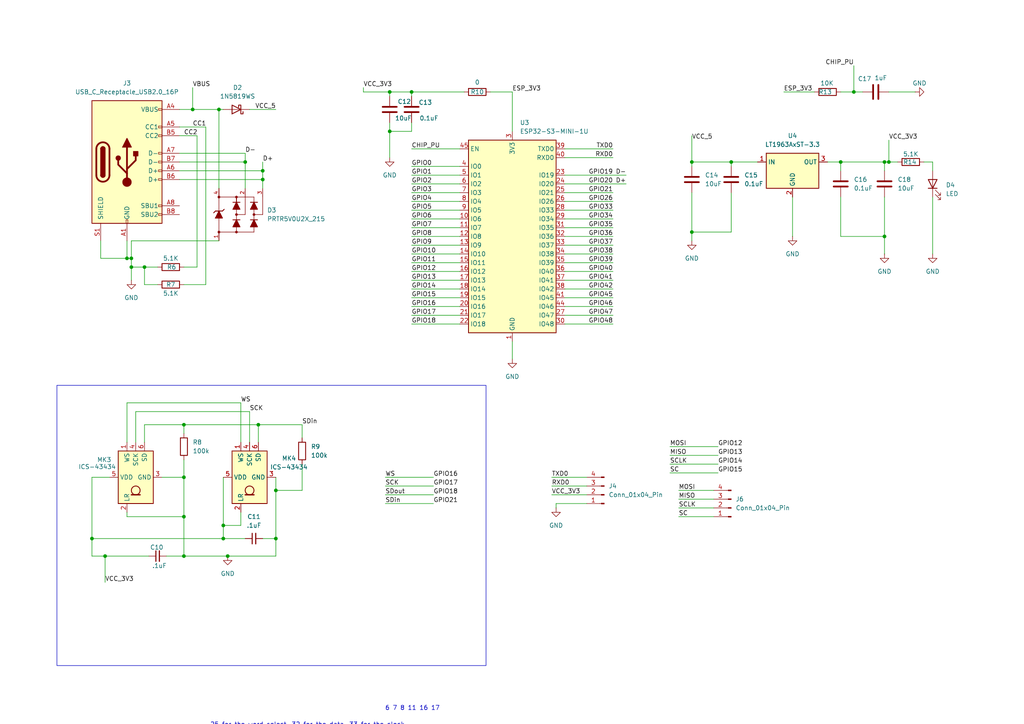
<source format=kicad_sch>
(kicad_sch (version 20231120) (generator "eeschema") (generator_version "8.0")
  (paper "A4")
  (lib_symbols
    (symbol "Connector:Conn_01x04_Pin" (pin_names (offset 1.016) hide)
      (property "Reference" "J" (at 0 5.08 0))
      (property "Value" "Conn_01x04_Pin" (at 0 -7.62 0))
      (symbol "Conn_01x04_Pin_1_1"
        (pin passive line (at 5.08 2.54 180) (length 3.81) (name "Pin_1") (number "1"))
        (pin passive line (at 5.08 0 180) (length 3.81) (name "Pin_2") (number "2"))
        (pin passive line (at 5.08 -2.54 180) (length 3.81) (name "Pin_3") (number "3"))
        (pin passive line (at 5.08 -5.08 180) (length 3.81) (name "Pin_4") (number "4"))
      )
    )
    (symbol "Connector:USB_C_Receptacle_USB2.0_16P" (pin_names (offset 1.016))
      (property "Reference" "J" (at 0 22.225 0))
      (property "Value" "USB_C_Receptacle_USB2.0_16P" (at 0 19.685 0))
      (symbol "USB_C_Receptacle_USB2.0_16P_1_1"
        (pin passive line (at 0 -22.86 90) (length 5.08) (name "GND") (number "A1"))
        (pin passive line (at 0 -22.86 90) (length 5.08) hide (name "GND") (number "A12"))
        (pin passive line (at 15.24 15.24 180) (length 5.08) (name "VBUS") (number "A4"))
        (pin bidirectional line (at 15.24 10.16 180) (length 5.08) (name "CC1") (number "A5"))
        (pin bidirectional line (at 15.24 -2.54 180) (length 5.08) (name "D+") (number "A6"))
        (pin bidirectional line (at 15.24 2.54 180) (length 5.08) (name "D-") (number "A7"))
        (pin bidirectional line (at 15.24 -12.7 180) (length 5.08) (name "SBU1") (number "A8"))
        (pin passive line (at 15.24 15.24 180) (length 5.08) hide (name "VBUS") (number "A9"))
        (pin passive line (at 0 -22.86 90) (length 5.08) hide (name "GND") (number "B1"))
        (pin passive line (at 0 -22.86 90) (length 5.08) hide (name "GND") (number "B12"))
        (pin passive line (at 15.24 15.24 180) (length 5.08) hide (name "VBUS") (number "B4"))
        (pin bidirectional line (at 15.24 7.62 180) (length 5.08) (name "CC2") (number "B5"))
        (pin bidirectional line (at 15.24 -5.08 180) (length 5.08) (name "D+") (number "B6"))
        (pin bidirectional line (at 15.24 0 180) (length 5.08) (name "D-") (number "B7"))
        (pin bidirectional line (at 15.24 -15.24 180) (length 5.08) (name "SBU2") (number "B8"))
        (pin passive line (at 15.24 15.24 180) (length 5.08) hide (name "VBUS") (number "B9"))
        (pin passive line (at -7.62 -22.86 90) (length 5.08) (name "SHIELD") (number "S1"))
      )
    )
    (symbol "Connector_Generic:Conn_02x05_Counter_Clockwise" (pin_names (offset 1.016) hide)
      (property "Reference" "J" (at 1.27 7.62 0))
      (property "Value" "Conn_02x05_Counter_Clockwise" (at 1.27 -7.62 0))
      (symbol "Conn_02x05_Counter_Clockwise_1_1"
        (pin passive line (at -5.08 5.08 0) (length 3.81) (name "Pin_1") (number "1"))
        (pin passive line (at 7.62 5.08 180) (length 3.81) (name "Pin_10") (number "10"))
        (pin passive line (at -5.08 2.54 0) (length 3.81) (name "Pin_2") (number "2"))
        (pin passive line (at -5.08 0 0) (length 3.81) (name "Pin_3") (number "3"))
        (pin passive line (at -5.08 -2.54 0) (length 3.81) (name "Pin_4") (number "4"))
        (pin passive line (at -5.08 -5.08 0) (length 3.81) (name "Pin_5") (number "5"))
        (pin passive line (at 7.62 -5.08 180) (length 3.81) (name "Pin_6") (number "6"))
        (pin passive line (at 7.62 -2.54 180) (length 3.81) (name "Pin_7") (number "7"))
        (pin passive line (at 7.62 0 180) (length 3.81) (name "Pin_8") (number "8"))
        (pin passive line (at 7.62 2.54 180) (length 3.81) (name "Pin_9") (number "9"))
      )
    )
    (symbol "Device:C" (pin_numbers hide) (pin_names (offset 0.254))
      (property "Reference" "C" (at 0.635 2.54 0))
      (property "Value" "C" (at 0.635 -2.54 0))
      (symbol "C_1_1"
        (pin passive line (at 0 3.81 270) (length 2.794) (name "~") (number "1"))
        (pin passive line (at 0 -3.81 90) (length 2.794) (name "~") (number "2"))
      )
    )
    (symbol "Device:C_Small" (pin_numbers hide) (pin_names (offset 0.254) hide)
      (property "Reference" "C" (at 0.254 1.778 0))
      (property "Value" "C_Small" (at 0.254 -2.032 0))
      (symbol "C_Small_1_1"
        (pin passive line (at 0 2.54 270) (length 2.032) (name "~") (number "1"))
        (pin passive line (at 0 -2.54 90) (length 2.032) (name "~") (number "2"))
      )
    )
    (symbol "Device:LED" (pin_numbers hide) (pin_names (offset 1.016) hide)
      (property "Reference" "D" (at 0 2.54 0))
      (property "Value" "LED" (at 0 -2.54 0))
      (symbol "LED_1_1"
        (pin passive line (at -3.81 0 0) (length 2.54) (name "K") (number "1"))
        (pin passive line (at 3.81 0 180) (length 2.54) (name "A") (number "2"))
      )
    )
    (symbol "Device:R" (pin_numbers hide) (pin_names (offset 0))
      (property "Reference" "R" (at 2.032 0 90))
      (property "Value" "R" (at 0 0 90))
      (symbol "R_1_1"
        (pin passive line (at 0 3.81 270) (length 1.27) (name "~") (number "1"))
        (pin passive line (at 0 -3.81 90) (length 1.27) (name "~") (number "2"))
      )
    )
    (symbol "Diode:1N5819WS" (pin_numbers hide) (pin_names (offset 1.016) hide)
      (property "Reference" "D" (at 0 2.54 0))
      (property "Value" "1N5819WS" (at 0 -2.54 0))
      (symbol "1N5819WS_1_1"
        (pin passive line (at -3.81 0 0) (length 2.54) (name "K") (number "1"))
        (pin passive line (at 3.81 0 180) (length 2.54) (name "A") (number "2"))
      )
    )
    (symbol "PRTR5V0U2X_215:PRTR5V0U2X_215" (pin_names (offset 1.016))
      (property "Reference" "D" (at -2.5474 -7.5404 0))
      (property "Value" "PRTR5V0U2X_215" (at -2.543 -10.3245 0))
      (symbol "PRTR5V0U2X_215_0_0"
        (pin passive line (at -5.08 -7.62 90) (length 2.54) (name "~") (number "1"))
        (pin passive line (at 2.54 7.62 270) (length 2.54) (name "~") (number "2"))
        (pin passive line (at 7.62 7.62 270) (length 2.54) (name "~") (number "3"))
        (pin passive line (at -5.08 7.62 270) (length 2.54) (name "~") (number "4"))
      )
    )
    (symbol "RF_Module:ESP32-S3-MINI-1U"
      (property "Reference" "U" (at -11.43 29.21 0))
      (property "Value" "ESP32-S3-MINI-1U" (at 12.7 29.21 0))
      (symbol "ESP32-S3-MINI-1U_1_1"
        (pin power_in line (at 0 -30.48 90) (length 2.54) (name "GND") (number "1"))
        (pin bidirectional line (at -15.24 5.08 0) (length 2.54) (name "IO6") (number "10"))
        (pin bidirectional line (at -15.24 2.54 0) (length 2.54) (name "IO7") (number "11"))
        (pin bidirectional line (at -15.24 0 0) (length 2.54) (name "IO8") (number "12"))
        (pin bidirectional line (at -15.24 -2.54 0) (length 2.54) (name "IO9") (number "13"))
        (pin bidirectional line (at -15.24 -5.08 0) (length 2.54) (name "IO10") (number "14"))
        (pin bidirectional line (at -15.24 -7.62 0) (length 2.54) (name "IO11") (number "15"))
        (pin bidirectional line (at -15.24 -10.16 0) (length 2.54) (name "IO12") (number "16"))
        (pin bidirectional line (at -15.24 -12.7 0) (length 2.54) (name "IO13") (number "17"))
        (pin bidirectional line (at -15.24 -15.24 0) (length 2.54) (name "IO14") (number "18"))
        (pin bidirectional line (at -15.24 -17.78 0) (length 2.54) (name "IO15") (number "19"))
        (pin passive line (at 0 -30.48 90) (length 2.54) hide (name "GND") (number "2"))
        (pin bidirectional line (at -15.24 -20.32 0) (length 2.54) (name "IO16") (number "20"))
        (pin bidirectional line (at -15.24 -22.86 0) (length 2.54) (name "IO17") (number "21"))
        (pin bidirectional line (at -15.24 -25.4 0) (length 2.54) (name "IO18") (number "22"))
        (pin bidirectional line (at 15.24 17.78 180) (length 2.54) (name "IO19") (number "23"))
        (pin bidirectional line (at 15.24 15.24 180) (length 2.54) (name "IO20") (number "24"))
        (pin bidirectional line (at 15.24 12.7 180) (length 2.54) (name "IO21") (number "25"))
        (pin bidirectional line (at 15.24 10.16 180) (length 2.54) (name "IO26") (number "26"))
        (pin bidirectional line (at 15.24 -22.86 180) (length 2.54) (name "IO47") (number "27"))
        (pin bidirectional line (at 15.24 7.62 180) (length 2.54) (name "IO33") (number "28"))
        (pin bidirectional line (at 15.24 5.08 180) (length 2.54) (name "IO34") (number "29"))
        (pin power_in line (at 0 30.48 270) (length 2.54) (name "3V3") (number "3"))
        (pin bidirectional line (at 15.24 -25.4 180) (length 2.54) (name "IO48") (number "30"))
        (pin bidirectional line (at 15.24 2.54 180) (length 2.54) (name "IO35") (number "31"))
        (pin bidirectional line (at 15.24 0 180) (length 2.54) (name "IO36") (number "32"))
        (pin bidirectional line (at 15.24 -2.54 180) (length 2.54) (name "IO37") (number "33"))
        (pin bidirectional line (at 15.24 -5.08 180) (length 2.54) (name "IO38") (number "34"))
        (pin bidirectional line (at 15.24 -7.62 180) (length 2.54) (name "IO39") (number "35"))
        (pin bidirectional line (at 15.24 -10.16 180) (length 2.54) (name "IO40") (number "36"))
        (pin bidirectional line (at 15.24 -12.7 180) (length 2.54) (name "IO41") (number "37"))
        (pin bidirectional line (at 15.24 -15.24 180) (length 2.54) (name "IO42") (number "38"))
        (pin bidirectional line (at 15.24 25.4 180) (length 2.54) (name "TXD0") (number "39"))
        (pin bidirectional line (at -15.24 20.32 0) (length 2.54) (name "IO0") (number "4"))
        (pin bidirectional line (at 15.24 22.86 180) (length 2.54) (name "RXD0") (number "40"))
        (pin bidirectional line (at 15.24 -17.78 180) (length 2.54) (name "IO45") (number "41"))
        (pin passive line (at 0 -30.48 90) (length 2.54) hide (name "GND") (number "42"))
        (pin passive line (at 0 -30.48 90) (length 2.54) hide (name "GND") (number "43"))
        (pin bidirectional line (at 15.24 -20.32 180) (length 2.54) (name "IO46") (number "44"))
        (pin input line (at -15.24 25.4 0) (length 2.54) (name "EN") (number "45"))
        (pin passive line (at 0 -30.48 90) (length 2.54) hide (name "GND") (number "46"))
        (pin passive line (at 0 -30.48 90) (length 2.54) hide (name "GND") (number "47"))
        (pin passive line (at 0 -30.48 90) (length 2.54) hide (name "GND") (number "48"))
        (pin passive line (at 0 -30.48 90) (length 2.54) hide (name "GND") (number "49"))
        (pin bidirectional line (at -15.24 17.78 0) (length 2.54) (name "IO1") (number "5"))
        (pin passive line (at 0 -30.48 90) (length 2.54) hide (name "GND") (number "50"))
        (pin passive line (at 0 -30.48 90) (length 2.54) hide (name "GND") (number "51"))
        (pin passive line (at 0 -30.48 90) (length 2.54) hide (name "GND") (number "52"))
        (pin passive line (at 0 -30.48 90) (length 2.54) hide (name "GND") (number "53"))
        (pin passive line (at 0 -30.48 90) (length 2.54) hide (name "GND") (number "54"))
        (pin passive line (at 0 -30.48 90) (length 2.54) hide (name "GND") (number "55"))
        (pin passive line (at 0 -30.48 90) (length 2.54) hide (name "GND") (number "56"))
        (pin passive line (at 0 -30.48 90) (length 2.54) hide (name "GND") (number "57"))
        (pin passive line (at 0 -30.48 90) (length 2.54) hide (name "GND") (number "58"))
        (pin passive line (at 0 -30.48 90) (length 2.54) hide (name "GND") (number "59"))
        (pin bidirectional line (at -15.24 15.24 0) (length 2.54) (name "IO2") (number "6"))
        (pin passive line (at 0 -30.48 90) (length 2.54) hide (name "GND") (number "60"))
        (pin passive line (at 0 -30.48 90) (length 2.54) hide (name "GND") (number "61"))
        (pin passive line (at 0 -30.48 90) (length 2.54) hide (name "GND") (number "62"))
        (pin passive line (at 0 -30.48 90) (length 2.54) hide (name "GND") (number "63"))
        (pin passive line (at 0 -30.48 90) (length 2.54) hide (name "GND") (number "64"))
        (pin passive line (at 0 -30.48 90) (length 2.54) hide (name "GND") (number "65"))
        (pin bidirectional line (at -15.24 12.7 0) (length 2.54) (name "IO3") (number "7"))
        (pin bidirectional line (at -15.24 10.16 0) (length 2.54) (name "IO4") (number "8"))
        (pin bidirectional line (at -15.24 7.62 0) (length 2.54) (name "IO5") (number "9"))
      )
    )
    (symbol "Regulator_Linear:LT1963AxST-3.3"
      (property "Reference" "U" (at -7.62 6.35 0))
      (property "Value" "LT1963AxST-3.3" (at -1.27 6.35 0))
      (symbol "LT1963AxST-3.3_1_1"
        (pin power_in line (at -10.16 2.54 0) (length 2.54) (name "IN") (number "1"))
        (pin power_in line (at 0 -7.62 90) (length 2.54) (name "GND") (number "2"))
        (pin power_out line (at 10.16 2.54 180) (length 2.54) (name "OUT") (number "3"))
      )
    )
    (symbol "Sensor_Audio:ICS-43434"
      (property "Reference" "MK" (at -7.62 6.35 0))
      (property "Value" "ICS-43434" (at 1.27 6.35 0))
      (symbol "ICS-43434_1_1"
        (pin input line (at 10.16 2.54 180) (length 2.54) (name "WS") (number "1"))
        (pin input line (at -10.16 2.54 0) (length 2.54) (name "LR") (number "2"))
        (pin power_in line (at 0 -7.62 90) (length 2.54) (name "GND") (number "3"))
        (pin input line (at 10.16 0 180) (length 2.54) (name "SCK") (number "4"))
        (pin power_in line (at 0 7.62 270) (length 2.54) (name "VDD") (number "5"))
        (pin output line (at 10.16 -2.54 180) (length 2.54) (name "SD") (number "6"))
      )
    )
    (symbol "power:GND" (power) (pin_numbers hide) (pin_names (offset 0) hide)
      (property "Value" "GND" (at 0 -3.81 0))
      (symbol "GND_1_1"
        (pin power_in line (at 0 0 270) (length 0) (name "~") (number "1"))
      )
    )
  )
  (junction (at 26.67 156.21))
  (junction (at 113.03 26.67))
  (junction (at 30.48 161.29))
  (junction (at 36.83 74.93))
  (junction (at 256.54 46.99))
  (junction (at 53.34 123.19))
  (junction (at 83.82 267.97))
  (junction (at 30.48 267.97))
  (junction (at 76.2 49.53))
  (junction (at 119.38 26.67))
  (junction (at 78.74 234.95))
  (junction (at 57.15 234.95))
  (junction (at 243.84 46.99))
  (junction (at 83.82 254))
  (junction (at 200.66 46.99))
  (junction (at 64.77 156.21))
  (junction (at 64.77 152.4))
  (junction (at 63.5 31.75))
  (junction (at 76.2 52.07))
  (junction (at 212.09 46.99))
  (junction (at 55.88 31.75))
  (junction (at 38.1 74.93))
  (junction (at 74.93 123.19))
  (junction (at 71.12 46.99))
  (junction (at 66.04 161.29))
  (junction (at 200.66 67.31))
  (junction (at 57.15 273.05))
  (junction (at 53.34 149.86))
  (junction (at 53.34 138.43))
  (junction (at 68.58 264.16))
  (junction (at 247.65 26.67))
  (junction (at 41.91 77.47))
  (junction (at 57.15 250.19))
  (junction (at 38.1 77.47))
  (junction (at 34.29 273.05))
  (junction (at 57.15 261.62))
  (junction (at 69.85 273.05))
  (junction (at 80.01 156.21))
  (junction (at 256.54 68.58))
  (junction (at 53.34 161.29))
  (junction (at 113.03 38.1))
  (junction (at 80.01 142.24))
  (junction (at 68.58 267.97))
  (junction (at 257.81 46.99))
  (wire (pts (xy 38.1 69.85) (xy 38.1 74.93)))
  (wire (pts (xy 113.03 35.56) (xy 113.03 38.1)))
  (wire (pts (xy 163.83 63.5) (xy 177.8 63.5)))
  (wire (pts (xy 30.48 168.91) (xy 30.48 161.29)))
  (wire (pts (xy 256.54 68.58) (xy 256.54 73.66)))
  (wire (pts (xy 194.31 134.62) (xy 208.28 134.62)))
  (wire (pts (xy 50.8 250.19) (xy 57.15 250.19)))
  (wire (pts (xy 119.38 71.12) (xy 133.35 71.12)))
  (wire (pts (xy 111.76 143.51) (xy 125.73 143.51)))
  (wire (pts (xy 64.77 156.21) (xy 71.12 156.21)))
  (wire (pts (xy 68.58 264.16) (xy 68.58 250.19)))
  (wire (pts (xy 57.15 39.37) (xy 57.15 77.47)))
  (wire (pts (xy 119.38 48.26) (xy 133.35 48.26)))
  (wire (pts (xy 78.74 234.95) (xy 78.74 240.03)))
  (wire (pts (xy 105.41 278.13) (xy 118.11 278.13)))
  (wire (pts (xy 105.41 280.67) (xy 118.11 280.67)))
  (wire (pts (xy 243.84 46.99) (xy 256.54 46.99)))
  (wire (pts (xy 160.02 143.51) (xy 170.18 143.51)))
  (wire (pts (xy 119.38 58.42) (xy 133.35 58.42)))
  (wire (pts (xy 26.67 156.21) (xy 64.77 156.21)))
  (wire (pts (xy 66.04 161.29) (xy 80.01 161.29)))
  (wire (pts (xy 80.01 161.29) (xy 80.01 156.21)))
  (wire (pts (xy 40.64 228.6) (xy 40.64 240.03)))
  (wire (pts (xy 53.34 161.29) (xy 66.04 161.29)))
  (wire (pts (xy 59.69 36.83) (xy 59.69 82.55)))
  (wire (pts (xy 76.2 156.21) (xy 80.01 156.21)))
  (wire (pts (xy 163.83 91.44) (xy 177.8 91.44)))
  (wire (pts (xy 36.83 116.84) (xy 36.83 128.27)))
  (wire (pts (xy 73.66 260.35) (xy 73.66 264.16)))
  (wire (pts (xy 212.09 55.88) (xy 212.09 67.31)))
  (wire (pts (xy 111.76 146.05) (xy 125.73 146.05)))
  (wire (pts (xy 30.48 273.05) (xy 30.48 267.97)))
  (wire (pts (xy 163.83 81.28) (xy 177.8 81.28)))
  (wire (pts (xy 64.77 152.4) (xy 69.85 152.4)))
  (wire (pts (xy 35.56 250.19) (xy 30.48 250.19)))
  (wire (pts (xy 57.15 234.95) (xy 57.15 237.49)))
  (wire (pts (xy 134.62 227.33) (xy 125.73 227.33)))
  (wire (pts (xy 34.29 273.05) (xy 30.48 273.05)))
  (wire (pts (xy 256.54 46.99) (xy 257.81 46.99)))
  (wire (pts (xy 256.54 46.99) (xy 256.54 49.53)))
  (wire (pts (xy 200.66 39.37) (xy 200.66 46.99)))
  (wire (pts (xy 119.38 63.5) (xy 133.35 63.5)))
  (wire (pts (xy 163.83 53.34) (xy 181.61 53.34)))
  (wire (pts (xy 57.15 261.62) (xy 57.15 273.05)))
  (wire (pts (xy 196.85 144.78) (xy 207.01 144.78)))
  (wire (pts (xy 163.83 60.96) (xy 177.8 60.96)))
  (wire (pts (xy 111.76 140.97) (xy 125.73 140.97)))
  (wire (pts (xy 38.1 77.47) (xy 41.91 77.47)))
  (wire (pts (xy 160.02 138.43) (xy 170.18 138.43)))
  (wire (pts (xy 163.83 43.18) (xy 177.8 43.18)))
  (wire (pts (xy 80.01 267.97) (xy 83.82 267.97)))
  (wire (pts (xy 200.66 67.31) (xy 200.66 69.85)))
  (wire (pts (xy 243.84 26.67) (xy 247.65 26.67)))
  (wire (pts (xy 48.26 161.29) (xy 53.34 161.29)))
  (wire (pts (xy 113.03 229.87) (xy 104.14 229.87)))
  (wire (pts (xy 119.38 91.44) (xy 133.35 91.44)))
  (wire (pts (xy 119.38 35.56) (xy 119.38 38.1)))
  (wire (pts (xy 119.38 88.9) (xy 133.35 88.9)))
  (wire (pts (xy 119.38 83.82) (xy 133.35 83.82)))
  (wire (pts (xy 102.87 222.25) (xy 113.03 222.25)))
  (wire (pts (xy 41.91 77.47) (xy 45.72 77.47)))
  (wire (pts (xy 161.29 146.05) (xy 161.29 147.32)))
  (wire (pts (xy 212.09 48.26) (xy 212.09 46.99)))
  (wire (pts (xy 72.39 31.75) (xy 80.01 31.75)))
  (wire (pts (xy 72.39 119.38) (xy 72.39 128.27)))
  (wire (pts (xy 64.77 156.21) (xy 64.77 152.4)))
  (wire (pts (xy 105.41 266.7) (xy 124.46 266.7)))
  (wire (pts (xy 41.91 128.27) (xy 41.91 123.19)))
  (wire (pts (xy 53.34 123.19) (xy 74.93 123.19)))
  (wire (pts (xy 38.1 69.85) (xy 63.5 69.85)))
  (wire (pts (xy 55.88 31.75) (xy 63.5 31.75)))
  (wire (pts (xy 63.5 31.75) (xy 64.77 31.75)))
  (wire (pts (xy 52.07 46.99) (xy 71.12 46.99)))
  (wire (pts (xy 119.38 78.74) (xy 133.35 78.74)))
  (wire (pts (xy 227.33 26.67) (xy 236.22 26.67)))
  (wire (pts (xy 78.74 234.95) (xy 91.44 234.95)))
  (wire (pts (xy 83.82 273.05) (xy 83.82 267.97)))
  (wire (pts (xy 243.84 68.58) (xy 256.54 68.58)))
  (wire (pts (xy 83.82 267.97) (xy 83.82 254)))
  (wire (pts (xy 119.38 86.36) (xy 133.35 86.36)))
  (wire (pts (xy 43.18 231.14) (xy 76.2 231.14)))
  (wire (pts (xy 113.03 26.67) (xy 119.38 26.67)))
  (wire (pts (xy 41.91 123.19) (xy 53.34 123.19)))
  (wire (pts (xy 71.12 46.99) (xy 71.12 54.61)))
  (wire (pts (xy 68.58 267.97) (xy 68.58 264.16)))
  (wire (pts (xy 257.81 46.99) (xy 260.35 46.99)))
  (wire (pts (xy 163.83 50.8) (xy 181.61 50.8)))
  (wire (pts (xy 52.07 273.05) (xy 57.15 273.05)))
  (wire (pts (xy 247.65 26.67) (xy 250.19 26.67)))
  (wire (pts (xy 194.31 137.16) (xy 208.28 137.16)))
  (wire (pts (xy 83.82 254) (xy 83.82 250.19)))
  (wire (pts (xy 163.83 86.36) (xy 177.8 86.36)))
  (wire (pts (xy 46.99 138.43) (xy 53.34 138.43)))
  (wire (pts (xy 73.66 228.6) (xy 40.64 228.6)))
  (wire (pts (xy 119.38 81.28) (xy 133.35 81.28)))
  (wire (pts (xy 163.83 66.04) (xy 177.8 66.04)))
  (wire (pts (xy 163.83 45.72) (xy 177.8 45.72)))
  (wire (pts (xy 36.83 74.93) (xy 38.1 74.93)))
  (wire (pts (xy 196.85 149.86) (xy 207.01 149.86)))
  (wire (pts (xy 200.66 48.26) (xy 200.66 46.99)))
  (wire (pts (xy 59.69 82.55) (xy 53.34 82.55)))
  (wire (pts (xy 76.2 52.07) (xy 76.2 54.61)))
  (wire (pts (xy 76.2 46.99) (xy 76.2 49.53)))
  (wire (pts (xy 29.21 74.93) (xy 36.83 74.93)))
  (wire (pts (xy 80.01 142.24) (xy 87.63 142.24)))
  (wire (pts (xy 26.67 161.29) (xy 26.67 156.21)))
  (wire (pts (xy 119.38 68.58) (xy 133.35 68.58)))
  (wire (pts (xy 163.83 83.82) (xy 177.8 83.82)))
  (wire (pts (xy 113.03 38.1) (xy 113.03 45.72)))
  (wire (pts (xy 40.64 261.62) (xy 40.64 260.35)))
  (wire (pts (xy 57.15 234.95) (xy 78.74 234.95)))
  (wire (pts (xy 267.97 46.99) (xy 270.51 46.99)))
  (wire (pts (xy 30.48 250.19) (xy 30.48 267.97)))
  (wire (pts (xy 74.93 123.19) (xy 74.93 128.27)))
  (wire (pts (xy 113.03 219.71) (xy 102.87 219.71)))
  (wire (pts (xy 119.38 55.88) (xy 133.35 55.88)))
  (wire (pts (xy 119.38 38.1) (xy 113.03 38.1)))
  (wire (pts (xy 212.09 46.99) (xy 219.71 46.99)))
  (wire (pts (xy 36.83 149.86) (xy 36.83 148.59)))
  (wire (pts (xy 45.72 234.95) (xy 57.15 234.95)))
  (wire (pts (xy 74.93 123.19) (xy 87.63 123.19)))
  (wire (pts (xy 53.34 133.35) (xy 53.34 138.43)))
  (wire (pts (xy 64.77 152.4) (xy 64.77 138.43)))
  (wire (pts (xy 125.73 222.25) (xy 134.62 222.25)))
  (wire (pts (xy 105.41 26.67) (xy 113.03 26.67)))
  (wire (pts (xy 55.88 25.4) (xy 55.88 31.75)))
  (wire (pts (xy 43.18 231.14) (xy 43.18 240.03)))
  (wire (pts (xy 257.81 26.67) (xy 265.43 26.67)))
  (wire (pts (xy 142.24 26.67) (xy 148.59 26.67)))
  (wire (pts (xy 39.37 119.38) (xy 72.39 119.38)))
  (wire (pts (xy 52.07 44.45) (xy 71.12 44.45)))
  (wire (pts (xy 196.85 142.24) (xy 207.01 142.24)))
  (wire (pts (xy 69.85 148.59) (xy 69.85 152.4)))
  (wire (pts (xy 46.99 273.05) (xy 34.29 273.05)))
  (wire (pts (xy 104.14 229.87) (xy 104.14 231.14)))
  (wire (pts (xy 26.67 138.43) (xy 26.67 156.21)))
  (wire (pts (xy 36.83 149.86) (xy 53.34 149.86)))
  (wire (pts (xy 163.83 78.74) (xy 177.8 78.74)))
  (wire (pts (xy 69.85 116.84) (xy 36.83 116.84)))
  (wire (pts (xy 57.15 245.11) (xy 57.15 250.19)))
  (wire (pts (xy 68.58 264.16) (xy 73.66 264.16)))
  (wire (pts (xy 105.41 25.4) (xy 105.41 26.67)))
  (wire (pts (xy 87.63 123.19) (xy 87.63 127)))
  (wire (pts (xy 270.51 57.15) (xy 270.51 73.66)))
  (wire (pts (xy 243.84 57.15) (xy 243.84 68.58)))
  (wire (pts (xy 148.59 38.1) (xy 148.59 26.67)))
  (wire (pts (xy 69.85 128.27) (xy 69.85 116.84)))
  (wire (pts (xy 163.83 68.58) (xy 177.8 68.58)))
  (wire (pts (xy 194.31 132.08) (xy 208.28 132.08)))
  (wire (pts (xy 119.38 73.66) (xy 133.35 73.66)))
  (wire (pts (xy 69.85 273.05) (xy 83.82 273.05)))
  (wire (pts (xy 31.75 138.43) (xy 26.67 138.43)))
  (wire (pts (xy 80.01 142.24) (xy 80.01 138.43)))
  (wire (pts (xy 105.41 273.05) (xy 118.11 273.05)))
  (wire (pts (xy 113.03 26.67) (xy 113.03 27.94)))
  (wire (pts (xy 240.03 46.99) (xy 243.84 46.99)))
  (wire (pts (xy 45.72 82.55) (xy 41.91 82.55)))
  (wire (pts (xy 163.83 71.12) (xy 177.8 71.12)))
  (wire (pts (xy 63.5 31.75) (xy 63.5 54.61)))
  (wire (pts (xy 105.41 259.08) (xy 124.46 259.08)))
  (wire (pts (xy 257.81 40.64) (xy 257.81 46.99)))
  (wire (pts (xy 134.62 229.87) (xy 125.73 229.87)))
  (wire (pts (xy 170.18 146.05) (xy 161.29 146.05)))
  (wire (pts (xy 160.02 140.97) (xy 170.18 140.97)))
  (wire (pts (xy 243.84 46.99) (xy 243.84 49.53)))
  (wire (pts (xy 119.38 76.2) (xy 133.35 76.2)))
  (wire (pts (xy 200.66 46.99) (xy 212.09 46.99)))
  (wire (pts (xy 38.1 77.47) (xy 38.1 74.93)))
  (wire (pts (xy 52.07 36.83) (xy 59.69 36.83)))
  (wire (pts (xy 119.38 93.98) (xy 133.35 93.98)))
  (wire (pts (xy 119.38 53.34) (xy 133.35 53.34)))
  (wire (pts (xy 163.83 55.88) (xy 177.8 55.88)))
  (wire (pts (xy 87.63 134.62) (xy 87.63 142.24)))
  (wire (pts (xy 52.07 31.75) (xy 55.88 31.75)))
  (wire (pts (xy 194.31 129.54) (xy 208.28 129.54)))
  (wire (pts (xy 125.73 219.71) (xy 134.62 219.71)))
  (wire (pts (xy 43.18 161.29) (xy 30.48 161.29)))
  (wire (pts (xy 111.76 138.43) (xy 125.73 138.43)))
  (wire (pts (xy 30.48 267.97) (xy 68.58 267.97)))
  (wire (pts (xy 57.15 250.19) (xy 57.15 261.62)))
  (wire (pts (xy 52.07 52.07) (xy 76.2 52.07)))
  (wire (pts (xy 200.66 55.88) (xy 200.66 67.31)))
  (wire (pts (xy 102.87 227.33) (xy 113.03 227.33)))
  (wire (pts (xy 83.82 254) (xy 91.44 254)))
  (wire (pts (xy 40.64 261.62) (xy 57.15 261.62)))
  (wire (pts (xy 57.15 77.47) (xy 53.34 77.47)))
  (wire (pts (xy 270.51 46.99) (xy 270.51 49.53)))
  (wire (pts (xy 36.83 69.85) (xy 36.83 74.93)))
  (wire (pts (xy 39.37 119.38) (xy 39.37 128.27)))
  (wire (pts (xy 163.83 93.98) (xy 177.8 93.98)))
  (wire (pts (xy 45.72 240.03) (xy 45.72 234.95)))
  (wire (pts (xy 119.38 26.67) (xy 134.62 26.67)))
  (wire (pts (xy 119.38 50.8) (xy 133.35 50.8)))
  (wire (pts (xy 73.66 240.03) (xy 73.66 228.6)))
  (wire (pts (xy 134.62 224.79) (xy 125.73 224.79)))
  (wire (pts (xy 119.38 66.04) (xy 133.35 66.04)))
  (wire (pts (xy 53.34 138.43) (xy 53.34 149.86)))
  (wire (pts (xy 163.83 88.9) (xy 177.8 88.9)))
  (wire (pts (xy 229.87 57.15) (xy 229.87 68.58)))
  (wire (pts (xy 52.07 49.53) (xy 76.2 49.53)))
  (wire (pts (xy 119.38 43.18) (xy 133.35 43.18)))
  (wire (pts (xy 71.12 44.45) (xy 71.12 46.99)))
  (wire (pts (xy 34.29 280.67) (xy 34.29 273.05)))
  (wire (pts (xy 29.21 69.85) (xy 29.21 74.93)))
  (wire (pts (xy 91.44 246.38) (xy 91.44 254)))
  (wire (pts (xy 105.41 275.59) (xy 118.11 275.59)))
  (wire (pts (xy 91.44 234.95) (xy 91.44 238.76)))
  (wire (pts (xy 247.65 26.67) (xy 247.65 19.05)))
  (wire (pts (xy 57.15 273.05) (xy 69.85 273.05)))
  (wire (pts (xy 119.38 26.67) (xy 119.38 27.94)))
  (wire (pts (xy 105.41 261.62) (xy 124.46 261.62)))
  (wire (pts (xy 163.83 73.66) (xy 177.8 73.66)))
  (wire (pts (xy 102.87 224.79) (xy 113.03 224.79)))
  (wire (pts (xy 41.91 82.55) (xy 41.91 77.47)))
  (wire (pts (xy 256.54 57.15) (xy 256.54 68.58)))
  (wire (pts (xy 30.48 161.29) (xy 26.67 161.29)))
  (wire (pts (xy 68.58 267.97) (xy 74.93 267.97)))
  (wire (pts (xy 76.2 49.53) (xy 76.2 52.07)))
  (wire (pts (xy 80.01 156.21) (xy 80.01 142.24)))
  (wire (pts (xy 52.07 39.37) (xy 57.15 39.37)))
  (wire (pts (xy 76.2 231.14) (xy 76.2 240.03)))
  (wire (pts (xy 105.41 264.16) (xy 124.46 264.16)))
  (wire (pts (xy 119.38 60.96) (xy 133.35 60.96)))
  (wire (pts (xy 53.34 149.86) (xy 53.34 161.29)))
  (wire (pts (xy 212.09 67.31) (xy 200.66 67.31)))
  (wire (pts (xy 38.1 81.28) (xy 38.1 77.47)))
  (wire (pts (xy 148.59 99.06) (xy 148.59 104.14)))
  (wire (pts (xy 163.83 58.42) (xy 177.8 58.42)))
  (wire (pts (xy 53.34 123.19) (xy 53.34 125.73)))
  (wire (pts (xy 163.83 76.2) (xy 177.8 76.2)))
  (wire (pts (xy 196.85 147.32) (xy 207.01 147.32)))
  (rectangle (start 16.51 111.76) (end 140.97 193.04))
  (rectangle (start 25.4 213.36) (end 137.16 284.48))
  (text "6 7 8 11 16 17" (at 119.634 205.486 0) (effects (font (size 1.27 1.27))))
  (text "UART or I2C\n" (at 118.364 214.376 0) (effects (font (size 1.27 1.27))))
  (text "SPI out\n" (at 130.302 232.664 0) (effects (font (size 1.27 1.27))))
  (text "Uart\n" (at 100.584 222.504 0) (effects (font (size 1.27 1.27))))
  (text "SPI\n" (at 128.778 275.844 0) (effects (font (size 1.27 1.27))))
  (text "I2S Mics" (at 55.88 226.06 0) (effects (font (size 1.27 1.27))))
  (text "I2S" (at 129.032 262.636 0) (effects (font (size 1.27 1.27))))
  (text "25 for the word select, 32 for the data, 33 for the clock" (at 89.154 210.312 0) (effects (font (size 1.27 1.27))))
  (text "SPI Cam\n" (at 65.532 217.17 0) (effects (font (size 1.27 1.27))))
  (label "VCC_3V3" (at 34.29 280.67 0))
  (label "GPIO33" (at 177.8 60.96 180))
  (label "GPIO7" (at 119.38 66.04 0))
  (label "SC" (at 196.85 149.86 0))
  (label "SDin" (at 87.63 123.19 0))
  (label "GPIO18" (at 119.38 93.98 0))
  (label "RXD0" (at 177.8 45.72 180))
  (label "GPIO8" (at 119.38 68.58 0))
  (label "MOSI" (at 194.31 129.54 0))
  (label "MOSI" (at 134.62 222.25 180))
  (label "GPIO17" (at 125.73 140.97 0))
  (label "GPIO15" (at 208.28 137.16 0))
  (label "CHIP_PU" (at 247.65 19.05 180))
  (label "VCC_3V3" (at 30.48 168.91 0))
  (label "GPIO15" (at 118.11 280.67 0))
  (label "D+" (at 76.2 46.99 0))
  (label "GPIO4" (at 119.38 58.42 0))
  (label "VCC_3V3" (at 160.02 143.51 0))
  (label "MISO" (at 196.85 144.78 0))
  (label "TXD0" (at 177.8 43.18 180))
  (label "GPIO41" (at 177.8 81.28 180))
  (label "GPIO15" (at 119.38 86.36 0))
  (label "GPIO12" (at 118.11 273.05 0))
  (label "GPIO34" (at 124.46 264.16 180))
  (label "GPIO33" (at 124.46 261.62 180))
  (label "GPIO39" (at 177.8 76.2 180))
  (label "SDin" (at 91.44 234.95 0))
  (label "D-" (at 71.12 44.45 0))
  (label "GPIO36" (at 177.8 68.58 180))
  (label "GPIO45" (at 177.8 86.36 180))
  (label "MISO" (at 105.41 275.59 0))
  (label "SCK" (at 76.2 231.14 0))
  (label "CC2" (at 53.34 39.37 0))
  (label "GPIO12" (at 119.38 78.74 0))
  (label "MOSI" (at 105.41 273.05 0))
  (label "GPIO13" (at 119.38 81.28 0))
  (label "VCC_5" (at 200.66 40.64 0))
  (label "GPIO10" (at 119.38 73.66 0))
  (label "SDout" (at 105.41 264.16 0))
  (label "GPIO17" (at 119.38 91.44 0))
  (label "GPIO5" (at 119.38 60.96 0))
  (label "GPIO1" (at 119.38 50.8 0))
  (label "SCLK" (at 194.31 134.62 0))
  (label "ESP_3V3" (at 148.59 26.67 0))
  (label "GPIO2" (at 119.38 53.34 0))
  (label "SCLK" (at 134.62 227.33 180))
  (label "GPIO9" (at 119.38 71.12 0))
  (label "GPIO19" (at 177.8 50.8 180))
  (label "VCC_5" (at 80.01 31.75 180))
  (label "MOSI" (at 196.85 142.24 0))
  (label "SCK" (at 111.76 140.97 0))
  (label "GPIO34" (at 177.8 63.5 180))
  (label "GPIO13" (at 118.11 275.59 0))
  (label "WS" (at 105.41 259.08 0))
  (label "GPIO0" (at 119.38 48.26 0) (property "Netclass" "GPIO0" (effects (hide yes))))
  (label "GPIO20" (at 177.8 53.34 180))
  (label "GPIO47" (at 177.8 91.44 180))
  (label "GPIO26" (at 177.8 58.42 180))
  (label "GPIO22" (at 134.62 219.71 180))
  (label "D+" (at 181.61 53.34 180))
  (label "CHIP_PU" (at 119.38 43.18 0))
  (label "GPIO14" (at 208.28 134.62 0))
  (label "SDout" (at 111.76 143.51 0))
  (label "VBUS" (at 55.88 25.4 0))
  (label "SC" (at 194.31 137.16 0))
  (label "GPIO42" (at 177.8 83.82 180))
  (label "GPIO35" (at 102.87 219.71 0))
  (label "SCLK" (at 105.41 278.13 0))
  (label "WS" (at 111.76 138.43 0))
  (label "WS" (at 69.85 116.84 0))
  (label "SC" (at 134.62 229.87 180))
  (label "GPIO37" (at 177.8 71.12 180))
  (label "GPIO26" (at 124.46 259.08 180))
  (label "SCK" (at 105.41 261.62 0))
  (label "GPIO38" (at 177.8 73.66 180))
  (label "ESP_3V3" (at 227.33 26.67 0))
  (label "GPIO12" (at 208.28 129.54 0))
  (label "RXD0" (at 102.87 224.79 0))
  (label "GPIO14" (at 119.38 83.82 0))
  (label "MISO" (at 194.31 132.08 0))
  (label "GPIO16" (at 119.38 88.9 0))
  (label "GPIO34" (at 124.46 266.7 180))
  (label "TXD0" (at 102.87 222.25 0))
  (label "GPIO48" (at 177.8 93.98 180))
  (label "VCC_3V3" (at 257.81 40.64 0))
  (label "VCC_3V3" (at 102.87 227.33 0))
  (label "GPIO18" (at 125.73 143.51 0))
  (label "GPIO21" (at 177.8 55.88 180))
  (label "GPIO13" (at 208.28 132.08 0))
  (label "GPIO16" (at 125.73 138.43 0))
  (label "GPIO3" (at 119.38 55.88 0))
  (label "GPIO21" (at 125.73 146.05 0))
  (label "WS" (at 73.66 228.6 0))
  (label "SDin" (at 105.41 266.7 0))
  (label "CC1" (at 55.88 36.83 0))
  (label "GPIO6" (at 119.38 63.5 0))
  (label "SCLK" (at 196.85 147.32 0))
  (label "RXD0" (at 160.02 140.97 0))
  (label "GPIO35" (at 177.8 66.04 180))
  (label "SCK" (at 72.39 119.38 0))
  (label "TXD0" (at 160.02 138.43 0))
  (label "MISO" (at 134.62 224.79 180))
  (label "GPIO40" (at 177.8 78.74 180))
  (label "D-" (at 181.61 50.8 180))
  (label "SC" (at 105.41 280.67 0))
  (label "SDin" (at 111.76 146.05 0))
  (label "VCC_3V3" (at 105.41 25.4 0))
  (label "GPIO11" (at 119.38 76.2 0))
  (label "GPIO46" (at 177.8 88.9 180))
  (label "GPIO14" (at 118.11 278.13 0))
  (symbol (lib_id "Regulator_Linear:LT1963AxST-3.3") (at 229.87 49.53 0) (unit 1)
    (property "Reference" "U4" (at 229.87 39.37 0))
    (property "Value" "LT1963AxST-3.3" (at 229.87 41.91 0))
    (property "Footprint" "TLV1117_50CDCYR:DCY0004A_N" (effects (hide yes)))
    (property "Datasheet" "https://www.analog.com/media/en/technical-documentation/data-sheets/1963aff.pdf" (effects (hide yes)))
    (property "Description" "3.3V, 1.5A, Low Noise, Fast Transient Response LDO Regulator, SOT-223" (effects (hide yes)))
  )
  (symbol (lib_id "Connector:Conn_01x04_Pin") (at 175.26 143.51 180) (unit 1)
    (property "Reference" "J4" (at 176.53 140.9699 0) (effects (justify right)))
    (property "Value" "Conn_01x04_Pin" (at 176.53 143.5099 0) (effects (justify right)))
    (property "Footprint" "Connector_PinHeader_1.27mm:PinHeader_1x04_P1.27mm_Vertical" (effects (hide yes)))
    (property "Description" "Generic connector, single row, 01x04, script generated" (effects (hide yes)))
  )
  (symbol (lib_id "Device:C") (at 243.84 53.34 0) (unit 1)
    (property "Reference" "C16" (at 247.65 52.0699 0) (effects (justify left)))
    (property "Value" "0.1uF" (at 247.65 54.6099 0) (effects (justify left)))
    (property "Footprint" "Capacitor_SMD:C_0805_2012Metric_Pad1.18x1.45mm_HandSolder" (effects (hide yes)))
    (property "Description" "Unpolarized capacitor" (effects (hide yes)))
  )
  (symbol (lib_id "power:GND") (at 265.43 26.67 90) (unit 1)
    (property "Reference" "#PWR018" (effects (hide yes)))
    (property "Value" "GND" (at 266.7 24.13 90))
    (property "Description" "Power symbol creates a global label with name \"GND\" , ground" (effects (hide yes)))
  )
  (symbol (lib_id "Device:C") (at 212.09 52.07 0) (unit 1)
    (property "Reference" "C15" (at 215.9 50.7999 0) (effects (justify left)))
    (property "Value" "0.1uF" (at 215.9 53.3399 0) (effects (justify left)))
    (property "Footprint" "Capacitor_SMD:C_0805_2012Metric_Pad1.18x1.45mm_HandSolder" (effects (hide yes)))
    (property "Description" "Unpolarized capacitor" (effects (hide yes)))
  )
  (symbol (lib_id "Device:R") (at 49.53 77.47 90) (unit 1)
    (property "Reference" "R6" (at 49.784 77.47 90))
    (property "Value" "5.1K" (at 49.53 74.93 90))
    (property "Footprint" "Resistor_SMD:R_0805_2012Metric_Pad1.20x1.40mm_HandSolder" (effects (hide yes)))
    (property "Description" "Resistor" (effects (hide yes)))
  )
  (symbol (lib_id "Device:C") (at 256.54 53.34 0) (unit 1)
    (property "Reference" "C18" (at 260.35 52.0699 0) (effects (justify left)))
    (property "Value" "10uF" (at 260.35 54.6099 0) (effects (justify left)))
    (property "Footprint" "Capacitor_SMD:C_0805_2012Metric_Pad1.18x1.45mm_HandSolder" (effects (hide yes)))
    (property "Description" "Unpolarized capacitor" (effects (hide yes)))
  )
  (symbol (lib_id "power:GND") (at 200.66 69.85 0) (unit 1)
    (property "Reference" "#PWR015" (effects (hide yes)))
    (property "Value" "GND" (at 200.66 74.93 0))
    (property "Description" "Power symbol creates a global label with name \"GND\" , ground" (effects (hide yes)))
  )
  (symbol (lib_id "power:GND") (at 270.51 73.66 0) (unit 1)
    (property "Reference" "#PWR019" (effects (hide yes)))
    (property "Value" "GND" (at 270.51 78.74 0))
    (property "Description" "Power symbol creates a global label with name \"GND\" , ground" (effects (hide yes)))
  )
  (symbol (lib_id "Device:R") (at 49.53 82.55 90) (unit 1)
    (property "Reference" "R7" (at 49.53 82.55 90))
    (property "Value" "5.1K" (at 49.53 85.09 90))
    (property "Footprint" "Resistor_SMD:R_0805_2012Metric_Pad1.20x1.40mm_HandSolder" (effects (hide yes)))
    (property "Description" "Resistor" (effects (hide yes)))
  )
  (symbol (lib_id "power:GND") (at 229.87 68.58 0) (unit 1)
    (property "Reference" "#PWR016" (effects (hide yes)))
    (property "Value" "GND" (at 229.87 73.66 0))
    (property "Description" "Power symbol creates a global label with name \"GND\" , ground" (effects (hide yes)))
  )
  (symbol (lib_id "power:GND") (at 104.14 231.14 0) (unit 1)
    (property "Reference" "#PWR022" (effects (hide yes)))
    (property "Value" "GND" (at 104.14 236.22 0))
    (property "Description" "Power symbol creates a global label with name \"GND\" , ground" (effects (hide yes)))
  )
  (symbol (lib_id "Device:R") (at 87.63 130.81 0) (unit 1)
    (property "Reference" "R9" (at 90.17 129.5399 0) (effects (justify left)))
    (property "Value" "100k" (at 90.17 132.0799 0) (effects (justify left)))
    (property "Footprint" "Resistor_SMD:R_0805_2012Metric_Pad1.20x1.40mm_HandSolder" (effects (hide yes)))
    (property "Description" "Resistor" (effects (hide yes)))
  )
  (symbol (lib_id "Device:C_Small") (at 77.47 267.97 90) (unit 1)
    (property "Reference" "C20" (at 77.4763 261.62 90))
    (property "Value" "0.1uF" (at 77.4763 264.16 90))
    (property "Footprint" "Capacitor_SMD:C_0805_2012Metric_Pad1.18x1.45mm_HandSolder" (effects (hide yes)))
    (property "Description" "Unpolarized capacitor, small symbol" (effects (hide yes)))
  )
  (symbol (lib_id "Device:LED") (at 270.51 53.34 90) (unit 1)
    (property "Reference" "D4" (at 274.32 53.6574 90) (effects (justify right)))
    (property "Value" "LED" (at 274.32 56.1974 90) (effects (justify right)))
    (property "Footprint" "LED_SMD:LED_0603_1608Metric_Pad1.05x0.95mm_HandSolder" (effects (hide yes)))
    (property "Description" "Light emitting diode" (effects (hide yes)))
  )
  (symbol (lib_id "Sensor_Audio:ICS-43434") (at 39.37 138.43 90) (unit 1)
    (property "Reference" "MK3" (at 30.226 133.35 90))
    (property "Value" "ICS-43434" (at 28.194 135.382 90))
    (property "Footprint" "Sensor_Audio:InvenSense_ICS-43434-6_3.5x2.65mm" (effects (hide yes)))
    (property "Datasheet" "https://www.invensense.com/wp-content/uploads/2016/02/DS-000069-ICS-43434-v1.2.pdf" (effects (hide yes)))
    (property "Description" "TDK InvenSense MEMS Microphone, 24-bit I2S, 65 dBA SNR, LGA-6" (effects (hide yes)))
  )
  (symbol (lib_id "power:GND") (at 69.85 273.05 0) (unit 1)
    (property "Reference" "#PWR021" (effects (hide yes)))
    (property "Value" "GND" (at 69.85 278.13 0))
    (property "Description" "Power symbol creates a global label with name \"GND\" , ground" (effects (hide yes)))
  )
  (symbol (lib_id "Device:C_Small") (at 73.66 156.21 90) (unit 1)
    (property "Reference" "C11" (at 73.6663 149.86 90))
    (property "Value" ".1uF" (at 73.6663 152.4 90))
    (property "Footprint" "Capacitor_SMD:C_0805_2012Metric_Pad1.18x1.45mm_HandSolder" (effects (hide yes)))
    (property "Description" "Unpolarized capacitor, small symbol" (effects (hide yes)))
  )
  (symbol (lib_id "power:GND") (at 148.59 104.14 0) (unit 1)
    (property "Reference" "#PWR013" (effects (hide yes)))
    (property "Value" "GND" (at 148.59 109.22 0))
    (property "Description" "Power symbol creates a global label with name \"GND\" , ground" (effects (hide yes)))
  )
  (symbol (lib_id "Device:R") (at 91.44 242.57 0) (unit 1)
    (property "Reference" "R16" (at 93.98 241.2999 0) (effects (justify left)))
    (property "Value" "100k" (at 93.98 243.8399 0) (effects (justify left)))
    (property "Footprint" "Resistor_SMD:R_0805_2012Metric_Pad1.20x1.40mm_HandSolder" (effects (hide yes)))
    (property "Description" "Resistor" (effects (hide yes)))
  )
  (symbol (lib_id "Device:R") (at 138.43 26.67 90) (unit 1)
    (property "Reference" "R10" (at 138.43 26.67 90))
    (property "Value" "0" (at 138.43 23.876 90))
    (property "Footprint" "Jumper:SolderJumper-2_P1.3mm_Open_RoundedPad1.0x1.5mm" (effects (hide yes)))
    (property "Description" "Resistor" (effects (hide yes)))
  )
  (symbol (lib_id "Device:C_Small") (at 49.53 273.05 90) (unit 1)
    (property "Reference" "C19" (at 49.276 270.51 90))
    (property "Value" "0.1uF" (at 50.038 275.844 90))
    (property "Footprint" "Capacitor_SMD:C_0805_2012Metric_Pad1.18x1.45mm_HandSolder" (effects (hide yes)))
    (property "Description" "Unpolarized capacitor, small symbol" (effects (hide yes)))
  )
  (symbol (lib_id "Device:C") (at 200.66 52.07 0) (unit 1)
    (property "Reference" "C14" (at 204.47 50.7999 0) (effects (justify left)))
    (property "Value" "10uF" (at 204.47 53.3399 0) (effects (justify left)))
    (property "Footprint" "Capacitor_SMD:C_0805_2012Metric_Pad1.18x1.45mm_HandSolder" (effects (hide yes)))
    (property "Description" "Unpolarized capacitor" (effects (hide yes)))
  )
  (symbol (lib_id "power:GND") (at 256.54 73.66 0) (unit 1)
    (property "Reference" "#PWR017" (effects (hide yes)))
    (property "Value" "GND" (at 256.54 78.74 0))
    (property "Description" "Power symbol creates a global label with name \"GND\" , ground" (effects (hide yes)))
  )
  (symbol (lib_id "Sensor_Audio:ICS-43434") (at 43.18 250.19 90) (unit 1)
    (property "Reference" "MK5" (at 34.036 245.11 90))
    (property "Value" "ICS-43434" (at 32.004 247.142 90))
    (property "Footprint" "Sensor_Audio:InvenSense_ICS-43434-6_3.5x2.65mm" (effects (hide yes)))
    (property "Datasheet" "https://www.invensense.com/wp-content/uploads/2016/02/DS-000069-ICS-43434-v1.2.pdf" (effects (hide yes)))
    (property "Description" "TDK InvenSense MEMS Microphone, 24-bit I2S, 65 dBA SNR, LGA-6" (effects (hide yes)))
  )
  (symbol (lib_id "Device:R") (at 264.16 46.99 90) (unit 1)
    (property "Reference" "R14" (at 263.906 46.99 90))
    (property "Value" "5.1K" (at 264.16 44.704 90))
    (property "Footprint" "Resistor_SMD:R_0603_1608Metric_Pad0.98x0.95mm_HandSolder" (effects (hide yes)))
    (property "Description" "Resistor" (effects (hide yes)))
  )
  (symbol (lib_id "Diode:1N5819WS") (at 68.58 31.75 180) (unit 1)
    (property "Reference" "D2" (at 68.8975 25.4 0))
    (property "Value" "1N5819WS" (at 68.8975 27.94 0))
    (property "Footprint" "Diode_SMD:D_SOD-323" (effects (hide yes)))
    (property "Datasheet" "https://datasheet.lcsc.com/lcsc/2204281430_Guangdong-Hottech-1N5819WS_C191023.pdf" (effects (hide yes)))
    (property "Description" "40V 600mV@1A 1A SOD-323 Schottky Barrier Diodes, SOD-323" (effects (hide yes)))
  )
  (symbol (lib_id "Device:R") (at 53.34 129.54 0) (unit 1)
    (property "Reference" "R8" (at 55.88 128.2699 0) (effects (justify left)))
    (property "Value" "100k" (at 55.88 130.8099 0) (effects (justify left)))
    (property "Footprint" "Resistor_SMD:R_0805_2012Metric_Pad1.20x1.40mm_HandSolder" (effects (hide yes)))
    (property "Description" "Resistor" (effects (hide yes)))
  )
  (symbol (lib_id "Device:R") (at 240.03 26.67 270) (unit 1)
    (property "Reference" "R13" (at 241.3 26.67 90) (effects (justify right)))
    (property "Value" "10K" (at 241.808 24.13 90) (effects (justify right)))
    (property "Footprint" "Resistor_SMD:R_0805_2012Metric" (effects (hide yes)))
    (property "Description" "Resistor" (effects (hide yes)))
  )
  (symbol (lib_id "PRTR5V0U2X_215:PRTR5V0U2X_215") (at 68.58 62.23 0) (unit 1)
    (property "Reference" "D3" (at 77.47 60.9599 0) (effects (justify left)))
    (property "Value" "PRTR5V0U2X_215" (at 77.47 63.4999 0) (effects (justify left)))
    (property "Footprint" "Library:SOT143B" (effects (hide yes)))
  )
  (symbol (lib_id "Connector_Generic:Conn_02x05_Counter_Clockwise") (at 118.11 224.79 0) (unit 1)
    (property "Reference" "J7" (at 119.38 215.9 0))
    (property "Value" "Conn_02x04_Counter_Clockwise" (effects (hide yes)))
    (property "Footprint" "Connector_PinSocket_2.00mm:PinSocket_2x05_P2.00mm_Vertical" (effects (hide yes)))
    (property "Description" "Generic connector, double row, 02x05, counter clockwise pin numbering scheme (similar to DIP package numbering), script generated (kicad-library-utils/schlib/autogen/connector/)" (effects (hide yes)))
  )
  (symbol (lib_id "power:GND") (at 38.1 81.28 0) (unit 1)
    (property "Reference" "#PWR010" (effects (hide yes)))
    (property "Value" "GND" (at 38.1 86.36 0))
    (property "Description" "Power symbol creates a global label with name \"GND\" , ground" (effects (hide yes)))
  )
  (symbol (lib_id "Device:R") (at 57.15 241.3 0) (unit 1)
    (property "Reference" "R15" (at 59.69 240.0299 0) (effects (justify left)))
    (property "Value" "100k" (at 59.69 242.5699 0) (effects (justify left)))
    (property "Footprint" "Resistor_SMD:R_0805_2012Metric_Pad1.20x1.40mm_HandSolder" (effects (hide yes)))
    (property "Description" "Resistor" (effects (hide yes)))
  )
  (symbol (lib_id "Device:C") (at 119.38 31.75 0) (unit 1)
    (property "Reference" "C13" (at 121.412 29.718 0) (effects (justify left)))
    (property "Value" "0.1uF" (at 121.666 34.29 0) (effects (justify left)))
    (property "Footprint" "Capacitor_SMD:C_0805_2012Metric_Pad1.18x1.45mm_HandSolder" (effects (hide yes)))
    (property "Description" "Unpolarized capacitor" (effects (hide yes)))
  )
  (symbol (lib_id "Device:C") (at 254 26.67 90) (unit 1)
    (property "Reference" "C17" (at 252.7299 22.86 90) (effects (justify left)))
    (property "Value" "1uF" (at 257.302 22.606 90) (effects (justify left)))
    (property "Footprint" "Capacitor_SMD:C_0805_2012Metric_Pad1.18x1.45mm_HandSolder" (effects (hide yes)))
    (property "Description" "Unpolarized capacitor" (effects (hide yes)))
  )
  (symbol (lib_id "Device:C") (at 113.03 31.75 0) (unit 1)
    (property "Reference" "C12" (at 115.316 29.464 0) (effects (justify left)))
    (property "Value" "10uF" (at 114.554 34.29 0) (effects (justify left)))
    (property "Footprint" "Capacitor_SMD:C_0805_2012Metric_Pad1.18x1.45mm_HandSolder" (effects (hide yes)))
    (property "Description" "Unpolarized capacitor" (effects (hide yes)))
  )
  (symbol (lib_id "Connector:Conn_01x04_Pin") (at 212.09 147.32 180) (unit 1)
    (property "Reference" "J6" (at 213.36 144.7799 0) (effects (justify right)))
    (property "Value" "Conn_01x04_Pin" (at 213.36 147.3199 0) (effects (justify right)))
    (property "Footprint" "Connector_PinHeader_1.27mm:PinHeader_1x04_P1.27mm_Vertical" (effects (hide yes)))
    (property "Description" "Generic connector, single row, 01x04, script generated" (effects (hide yes)))
  )
  (symbol (lib_id "Sensor_Audio:ICS-43434") (at 72.39 138.43 90) (unit 1)
    (property "Reference" "MK4" (at 83.82 132.9338 90))
    (property "Value" "ICS-43434" (at 83.82 135.4738 90))
    (property "Footprint" "Sensor_Audio:InvenSense_ICS-43434-6_3.5x2.65mm" (effects (hide yes)))
    (property "Datasheet" "https://www.invensense.com/wp-content/uploads/2016/02/DS-000069-ICS-43434-v1.2.pdf" (effects (hide yes)))
    (property "Description" "TDK InvenSense MEMS Microphone, 24-bit I2S, 65 dBA SNR, LGA-6" (effects (hide yes)))
  )
  (symbol (lib_id "Device:C_Small") (at 45.72 161.29 90) (unit 1)
    (property "Reference" "C10" (at 45.466 158.75 90))
    (property "Value" ".1uF" (at 46.228 164.084 90))
    (property "Footprint" "Capacitor_SMD:C_0805_2012Metric_Pad1.18x1.45mm_HandSolder" (effects (hide yes)))
    (property "Description" "Unpolarized capacitor, small symbol" (effects (hide yes)))
  )
  (symbol (lib_id "power:GND") (at 161.29 147.32 0) (unit 1)
    (property "Reference" "#PWR014" (effects (hide yes)))
    (property "Value" "GND" (at 161.29 152.4 0))
    (property "Description" "Power symbol creates a global label with name \"GND\" , ground" (effects (hide yes)))
  )
  (symbol (lib_id "RF_Module:ESP32-S3-MINI-1U") (at 148.59 68.58 0) (unit 1)
    (property "Reference" "U3" (at 150.7841 35.56 0) (effects (justify left)))
    (property "Value" "ESP32-S3-MINI-1U" (at 150.7841 38.1 0) (effects (justify left)))
    (property "Footprint" "RF_Module:ESP32-S2-MINI-1U" (effects (hide yes)))
    (property "Datasheet" "https://www.espressif.com/sites/default/files/documentation/esp32-s3-mini-1_mini-1u_datasheet_en.pdf" (effects (hide yes)))
    (property "Description" "RF Module, ESP32-S3 SoC, Wi-Fi 802.11b/g/n, Bluetooth, BLE, 32-bit, 3.3V, SMD, external antenna" (effects (hide yes)))
  )
  (symbol (lib_id "Sensor_Audio:ICS-43434") (at 76.2 250.19 90) (unit 1)
    (property "Reference" "MK6" (at 87.63 244.6938 90))
    (property "Value" "ICS-43434" (at 87.63 247.2338 90))
    (property "Footprint" "Sensor_Audio:InvenSense_ICS-43434-6_3.5x2.65mm" (effects (hide yes)))
    (property "Datasheet" "https://www.invensense.com/wp-content/uploads/2016/02/DS-000069-ICS-43434-v1.2.pdf" (effects (hide yes)))
    (property "Description" "TDK InvenSense MEMS Microphone, 24-bit I2S, 65 dBA SNR, LGA-6" (effects (hide yes)))
  )
  (symbol (lib_id "power:GND") (at 113.03 45.72 0) (unit 1)
    (property "Reference" "#PWR012" (effects (hide yes)))
    (property "Value" "GND" (at 113.03 50.8 0))
    (property "Description" "Power symbol creates a global label with name \"GND\" , ground" (effects (hide yes)))
  )
  (symbol (lib_id "Connector:USB_C_Receptacle_USB2.0_16P") (at 36.83 46.99 0) (unit 1)
    (property "Reference" "J3" (at 36.83 24.13 0))
    (property "Value" "USB_C_Receptacle_USB2.0_16P" (at 36.83 26.67 0))
    (property "Footprint" "Connector_USB:USB_C_Receptacle_JAE_DX07S016JA1R1500" (effects (hide yes)))
    (property "Datasheet" "https://www.usb.org/sites/default/files/documents/usb_type-c.zip" (effects (hide yes)))
    (property "Description" "USB 2.0-only 16P Type-C Receptacle connector" (effects (hide yes)))
  )
  (symbol (lib_id "power:GND") (at 66.04 161.29 0) (unit 1)
    (property "Reference" "#PWR011" (effects (hide yes)))
    (property "Value" "GND" (at 66.04 166.37 0))
    (property "Description" "Power symbol creates a global label with name \"GND\" , ground" (effects (hide yes)))
  )
)
</source>
